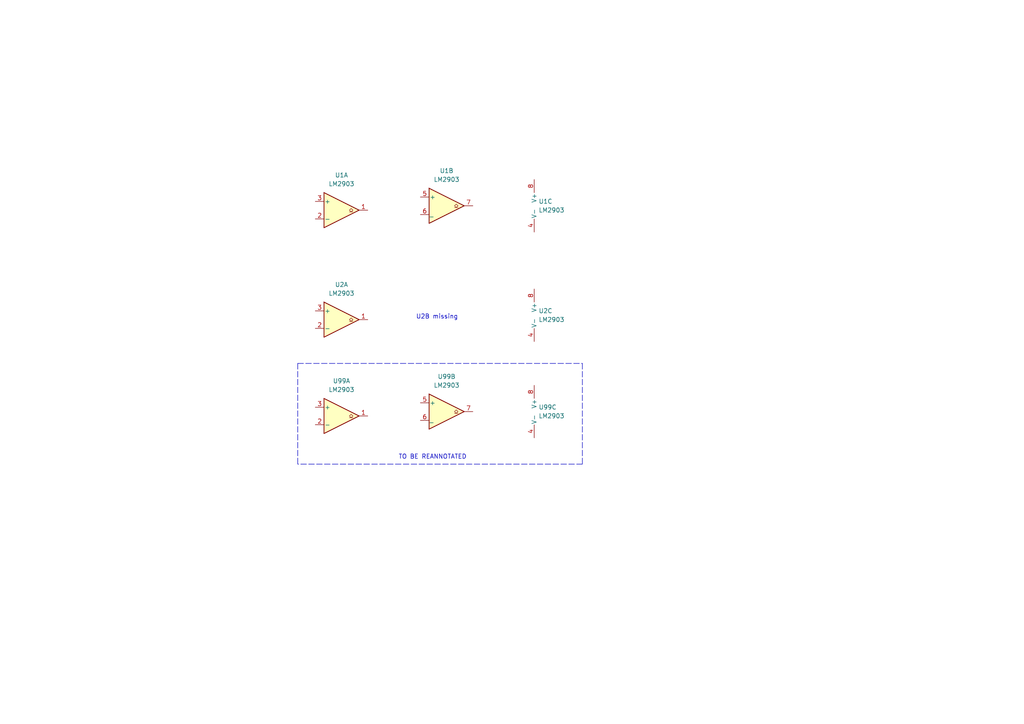
<source format=kicad_sch>
(kicad_sch (version 20211123) (generator eeschema)
  (paper "A4")
  (lib_symbols
    (symbol "Comparator:LM2903" (pin_names (offset 0.127))
      (property "Reference" "U" (at 3.81 3.81 0))
      (property "Value" "LM2903" (at 6.35 -3.81 0))
      (symbol "LM2903_1_1"
        (polyline (pts (xy -5.08 5.08) (xy 5.08 0) (xy -5.08 -5.08) (xy -5.08 5.08)) (stroke (width 0.254)) (fill (type background)))
        (polyline (pts (xy 3.302 -0.508) (xy 2.794 -0.508) (xy 3.302 0) (xy 2.794 0.508) (xy 2.286 0) (xy 2.794 -0.508) (xy 2.286 -0.508)) (stroke (width 0.127)))
        (pin open_collector line (at 7.62 0 180) (length 2.54) (name "~") (number "1"))
        (pin input line (at -7.62 -2.54 0) (length 2.54) (name "-") (number "2"))
        (pin input line (at -7.62 2.54 0) (length 2.54) (name "+") (number "3"))
      )
      (symbol "LM2903_2_1"
        (polyline (pts (xy -5.08 5.08) (xy 5.08 0) (xy -5.08 -5.08) (xy -5.08 5.08)) (stroke (width 0.254)) (fill (type background)))
        (polyline (pts (xy 3.302 -0.508) (xy 2.794 -0.508) (xy 3.302 0) (xy 2.794 0.508) (xy 2.286 0) (xy 2.794 -0.508) (xy 2.286 -0.508)) (stroke (width 0.127)))
        (pin input line (at -7.62 2.54 0) (length 2.54) (name "+") (number "5"))
        (pin input line (at -7.62 -2.54 0) (length 2.54) (name "_") (number "6"))
        (pin open_collector line (at 7.62 0 180) (length 2.54) (name "~") (number "7"))
      )
      (symbol "LM2903_3_1"
        (pin power_in line (at -2.54 -7.62 90) (length 3.81) (name "V-") (number "4"))
        (pin power_in line (at -2.54 7.62 270) (length 3.81) (name "V+") (number "8"))
      )
    )
  )
  (polyline (pts (xy 86.36 105.41) (xy 168.91 105.41)))
  (polyline (pts (xy 168.91 105.41) (xy 168.91 134.62)))
  (polyline (pts (xy 168.91 134.62) (xy 86.36 134.62)))
  (polyline (pts (xy 86.36 105.41) (xy 86.36 134.62)))
  (text "TO BE REANNOTATED" (at 115.57 133.35 0) (effects (font (size 1.27 1.27)) (justify left bottom)))
  (text "U2B missing" (at 120.65 92.71 0) (effects (font (size 1.27 1.27)) (justify left bottom)))
  (symbol (lib_id "Comparator:LM2903") (at 157.48 91.44 0) (unit 3)
    (property "Reference" "U2" (at 156.21 90.1699 0) (effects (justify left)))
    (property "Value" "LM2903" (at 156.21 92.7099 0) (effects (justify left)))
    (property "Datasheet" "http://www.ti.com/lit/ds/symlink/lm393.pdf" (effects hide))
  )
  (symbol (lib_id "Comparator:LM2903") (at 157.48 59.69 0) (unit 3)
    (property "Reference" "U1" (at 156.21 58.4199 0) (effects (justify left)))
    (property "Value" "LM2903" (at 156.21 60.9599 0) (effects (justify left)))
    (property "Datasheet" "http://www.ti.com/lit/ds/symlink/lm393.pdf" (effects hide))
  )
  (symbol (lib_id "Comparator:LM2903") (at 99.06 120.65 0) (unit 1)
    (property "Reference" "U99" (at 99.06 110.49 0))
    (property "Value" "LM2903" (at 99.06 113.03 0))
    (property "Datasheet" "http://www.ti.com/lit/ds/symlink/lm393.pdf" (effects hide))
  )
  (symbol (lib_id "Comparator:LM2903") (at 99.06 92.71 0) (unit 1)
    (property "Reference" "U2" (at 99.06 82.55 0))
    (property "Value" "LM2903" (at 99.06 85.09 0))
    (property "Datasheet" "http://www.ti.com/lit/ds/symlink/lm393.pdf" (effects hide))
  )
  (symbol (lib_id "Comparator:LM2903") (at 157.48 119.38 0) (unit 3)
    (property "Reference" "U99" (at 156.21 118.1099 0) (effects (justify left)))
    (property "Value" "LM2903" (at 156.21 120.6499 0) (effects (justify left)))
    (property "Datasheet" "http://www.ti.com/lit/ds/symlink/lm393.pdf" (effects hide))
  )
  (symbol (lib_id "Comparator:LM2903") (at 99.06 60.96 0) (unit 1)
    (property "Reference" "U1" (at 99.06 50.8 0))
    (property "Value" "LM2903" (at 99.06 53.34 0))
    (property "Datasheet" "http://www.ti.com/lit/ds/symlink/lm393.pdf" (effects hide))
  )
  (symbol (lib_id "Comparator:LM2903") (at 129.54 59.69 0) (unit 2)
    (property "Reference" "U1" (at 129.54 49.53 0))
    (property "Value" "LM2903" (at 129.54 52.07 0))
    (property "Datasheet" "http://www.ti.com/lit/ds/symlink/lm393.pdf" (effects hide))
  )
  (symbol (lib_id "Comparator:LM2903") (at 129.54 119.38 0) (unit 2)
    (property "Reference" "U99" (at 129.54 109.22 0))
    (property "Value" "LM2903" (at 129.54 111.76 0))
    (property "Datasheet" "http://www.ti.com/lit/ds/symlink/lm393.pdf" (effects hide))
  )
)
</source>
